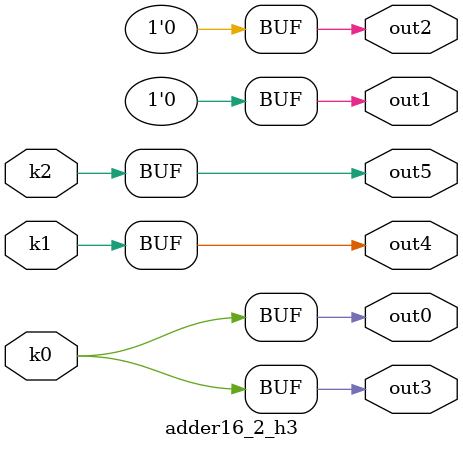
<source format=v>
module adder16_2(pi00, pi01, pi02, pi03, pi04, pi05, pi06, pi07, pi08, pi09, pi10, po0, po1, po2, po3, po4, po5);
input pi00, pi01, pi02, pi03, pi04, pi05, pi06, pi07, pi08, pi09, pi10;
output po0, po1, po2, po3, po4, po5;
wire k0, k1, k2;
adder16_2_w3 DUT1 (pi00, pi01, pi02, pi03, pi04, pi05, pi06, pi07, pi08, pi09, pi10, k0, k1, k2);
adder16_2_h3 DUT2 (k0, k1, k2, po0, po1, po2, po3, po4, po5);
endmodule

module adder16_2_w3(in10, in9, in8, in7, in6, in5, in4, in3, in2, in1, in0, k2, k1, k0);
input in10, in9, in8, in7, in6, in5, in4, in3, in2, in1, in0;
output k2, k1, k0;
assign k0 =   ((~in8 ^ in3) & ((((in10 & (in5 | ~in0)) | (in5 & ~in0)) & (in9 | in4)) | (in9 & in4))) | (((~in5 & in0) | (~in10 & (~in5 | in0))) & (~in9 | ~in4) & (in8 ^ in3)) | (~in9 & ~in4 & (in8 ^ in3));
assign k1 =   ((in9 ^ in4) & ((in10 & (in5 | ~in0)) | (in5 & ~in0))) | (((~in5 & in0) | (~in10 & (~in5 | in0))) & (~in9 ^ in4));
assign k2 =   in10 ? (in5 ^ in0) : (~in5 ^ in0);
endmodule

module adder16_2_h3(k2, k1, k0, out5, out4, out3, out2, out1, out0);
input k2, k1, k0;
output out5, out4, out3, out2, out1, out0;
assign out0 = k0;
assign out1 = 0;
assign out2 = 0;
assign out3 = k0;
assign out4 = k1;
assign out5 = k2;
endmodule

</source>
